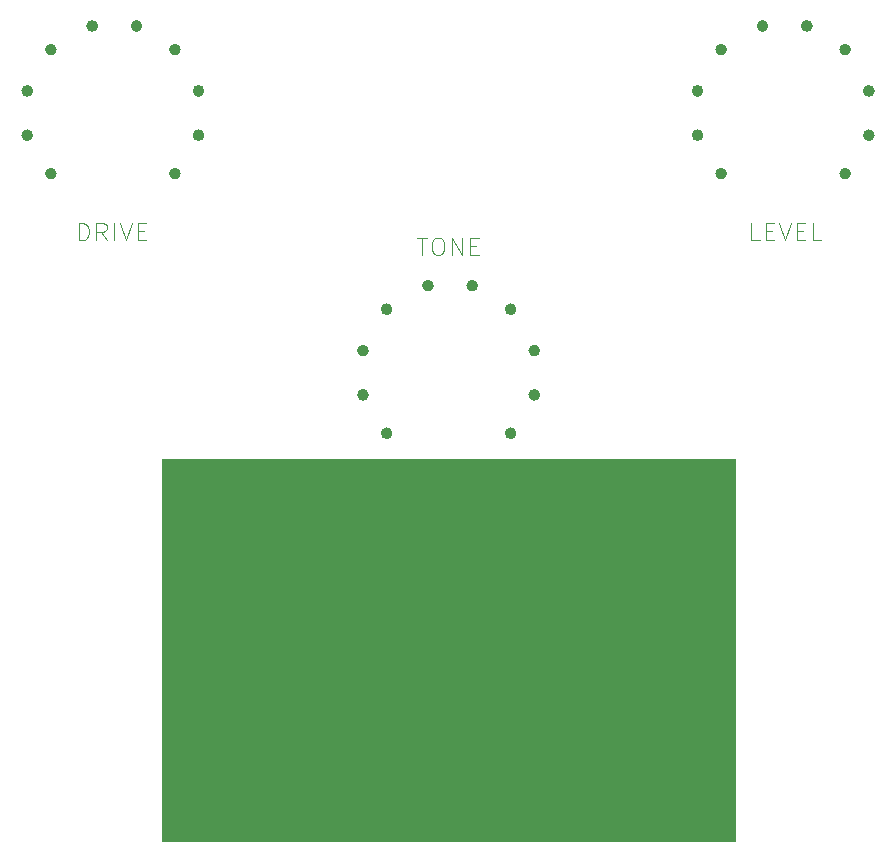
<source format=gbr>
G04 #@! TF.GenerationSoftware,KiCad,Pcbnew,5.1.5+dfsg1-2build2*
G04 #@! TF.CreationDate,2021-03-23T21:39:09+09:00*
G04 #@! TF.ProjectId,MTCH6102_breakout,4d544348-3631-4303-925f-627265616b6f,rev?*
G04 #@! TF.SameCoordinates,Original*
G04 #@! TF.FileFunction,Legend,Top*
G04 #@! TF.FilePolarity,Positive*
%FSLAX46Y46*%
G04 Gerber Fmt 4.6, Leading zero omitted, Abs format (unit mm)*
G04 Created by KiCad (PCBNEW 5.1.5+dfsg1-2build2) date 2021-03-23 21:39:09*
%MOMM*%
%LPD*%
G04 APERTURE LIST*
%ADD10C,0.100000*%
%ADD11C,0.500000*%
%ADD12C,0.120000*%
G04 APERTURE END LIST*
D10*
G36*
X152350000Y-141800000D02*
G01*
X103850000Y-141800000D01*
X103850000Y-109550000D01*
X152350000Y-109500000D01*
X152350000Y-141800000D01*
G37*
X152350000Y-141800000D02*
X103850000Y-141800000D01*
X103850000Y-109550000D01*
X152350000Y-109500000D01*
X152350000Y-141800000D01*
D11*
X151425000Y-85316500D02*
G75*
G03X151425000Y-85316500I-250000J0D01*
G01*
X149425000Y-78316500D02*
G75*
G03X149425000Y-78316500I-250000J0D01*
G01*
X158675000Y-72816500D02*
G75*
G03X158675000Y-72816500I-250000J0D01*
G01*
X154925000Y-72816500D02*
G75*
G03X154925000Y-72816500I-250000J0D01*
G01*
X163925000Y-78316500D02*
G75*
G03X163925000Y-78316500I-250000J0D01*
G01*
X161925000Y-74816500D02*
G75*
G03X161925000Y-74816500I-250000J0D01*
G01*
X149425000Y-82066500D02*
G75*
G03X149425000Y-82066500I-250000J0D01*
G01*
X151425000Y-74816500D02*
G75*
G03X151425000Y-74816500I-250000J0D01*
G01*
X161925000Y-85316500D02*
G75*
G03X161925000Y-85316500I-250000J0D01*
G01*
X163925000Y-82066500D02*
G75*
G03X163925000Y-82066500I-250000J0D01*
G01*
X94675000Y-85316500D02*
G75*
G03X94675000Y-85316500I-250000J0D01*
G01*
X92675000Y-78316500D02*
G75*
G03X92675000Y-78316500I-250000J0D01*
G01*
X101925000Y-72816500D02*
G75*
G03X101925000Y-72816500I-250000J0D01*
G01*
X98175000Y-72816500D02*
G75*
G03X98175000Y-72816500I-250000J0D01*
G01*
X107175000Y-78316500D02*
G75*
G03X107175000Y-78316500I-250000J0D01*
G01*
X105175000Y-74816500D02*
G75*
G03X105175000Y-74816500I-250000J0D01*
G01*
X92675000Y-82066500D02*
G75*
G03X92675000Y-82066500I-250000J0D01*
G01*
X94675000Y-74816500D02*
G75*
G03X94675000Y-74816500I-250000J0D01*
G01*
X105175000Y-85316500D02*
G75*
G03X105175000Y-85316500I-250000J0D01*
G01*
X107175000Y-82066500D02*
G75*
G03X107175000Y-82066500I-250000J0D01*
G01*
X133600000Y-107300000D02*
G75*
G03X133600000Y-107300000I-250000J0D01*
G01*
X135600000Y-104050000D02*
G75*
G03X135600000Y-104050000I-250000J0D01*
G01*
X135600000Y-100300000D02*
G75*
G03X135600000Y-100300000I-250000J0D01*
G01*
X133600000Y-96800000D02*
G75*
G03X133600000Y-96800000I-250000J0D01*
G01*
X130350000Y-94800000D02*
G75*
G03X130350000Y-94800000I-250000J0D01*
G01*
X126600000Y-94800000D02*
G75*
G03X126600000Y-94800000I-250000J0D01*
G01*
X123100000Y-96800000D02*
G75*
G03X123100000Y-96800000I-250000J0D01*
G01*
X121100000Y-100300000D02*
G75*
G03X121100000Y-100300000I-250000J0D01*
G01*
X121100000Y-104050000D02*
G75*
G03X121100000Y-104050000I-250000J0D01*
G01*
X123100000Y-107300000D02*
G75*
G03X123100000Y-107300000I-250000J0D01*
G01*
D12*
X154457142Y-90978571D02*
X153742857Y-90978571D01*
X153742857Y-89478571D01*
X154957142Y-90192857D02*
X155457142Y-90192857D01*
X155671428Y-90978571D02*
X154957142Y-90978571D01*
X154957142Y-89478571D01*
X155671428Y-89478571D01*
X156100000Y-89478571D02*
X156600000Y-90978571D01*
X157100000Y-89478571D01*
X157600000Y-90192857D02*
X158100000Y-90192857D01*
X158314285Y-90978571D02*
X157600000Y-90978571D01*
X157600000Y-89478571D01*
X158314285Y-89478571D01*
X159671428Y-90978571D02*
X158957142Y-90978571D01*
X158957142Y-89478571D01*
X96778571Y-90978571D02*
X96778571Y-89478571D01*
X97135714Y-89478571D01*
X97350000Y-89550000D01*
X97492857Y-89692857D01*
X97564285Y-89835714D01*
X97635714Y-90121428D01*
X97635714Y-90335714D01*
X97564285Y-90621428D01*
X97492857Y-90764285D01*
X97350000Y-90907142D01*
X97135714Y-90978571D01*
X96778571Y-90978571D01*
X99135714Y-90978571D02*
X98635714Y-90264285D01*
X98278571Y-90978571D02*
X98278571Y-89478571D01*
X98850000Y-89478571D01*
X98992857Y-89550000D01*
X99064285Y-89621428D01*
X99135714Y-89764285D01*
X99135714Y-89978571D01*
X99064285Y-90121428D01*
X98992857Y-90192857D01*
X98850000Y-90264285D01*
X98278571Y-90264285D01*
X99778571Y-90978571D02*
X99778571Y-89478571D01*
X100278571Y-89478571D02*
X100778571Y-90978571D01*
X101278571Y-89478571D01*
X101778571Y-90192857D02*
X102278571Y-90192857D01*
X102492857Y-90978571D02*
X101778571Y-90978571D01*
X101778571Y-89478571D01*
X102492857Y-89478571D01*
X125421428Y-90728571D02*
X126278571Y-90728571D01*
X125850000Y-92228571D02*
X125850000Y-90728571D01*
X127064285Y-90728571D02*
X127350000Y-90728571D01*
X127492857Y-90800000D01*
X127635714Y-90942857D01*
X127707142Y-91228571D01*
X127707142Y-91728571D01*
X127635714Y-92014285D01*
X127492857Y-92157142D01*
X127350000Y-92228571D01*
X127064285Y-92228571D01*
X126921428Y-92157142D01*
X126778571Y-92014285D01*
X126707142Y-91728571D01*
X126707142Y-91228571D01*
X126778571Y-90942857D01*
X126921428Y-90800000D01*
X127064285Y-90728571D01*
X128350000Y-92228571D02*
X128350000Y-90728571D01*
X129207142Y-92228571D01*
X129207142Y-90728571D01*
X129921428Y-91442857D02*
X130421428Y-91442857D01*
X130635714Y-92228571D02*
X129921428Y-92228571D01*
X129921428Y-90728571D01*
X130635714Y-90728571D01*
X103850000Y-141800000D02*
X152350000Y-141800000D01*
X152350000Y-141800000D02*
X152350000Y-109550000D01*
X152350000Y-109500000D02*
X103850000Y-109500000D01*
X103850000Y-109500000D02*
X103850000Y-141800000D01*
M02*

</source>
